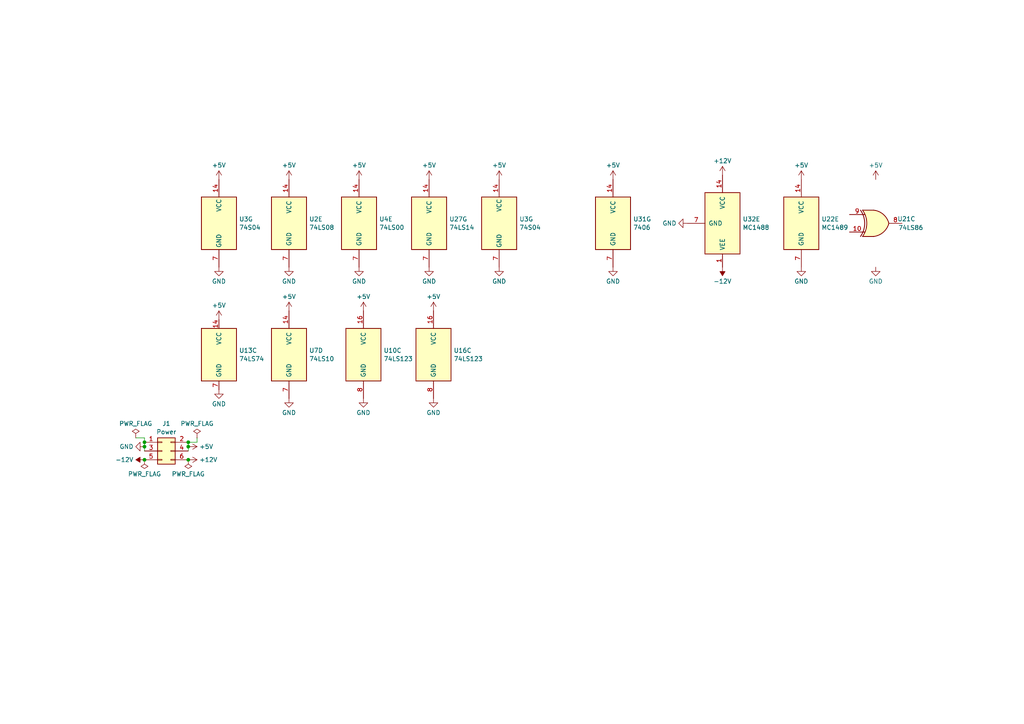
<source format=kicad_sch>
(kicad_sch (version 20230121) (generator eeschema)
  (paper "A4")
  (title_block (title "Iskra Delta Partner Video (text) 30 797 044") (date "2023-08-17") (rev "1") (company "Jernej Jakob <jernej.jakob@gmail.com>") (comment 1 "reverse engineered by hand"))
  (lib_symbols
    (symbol "74xx:74LS00" (pin_names (offset 1.016))
      (property "Reference" "U" (at 0 1.27 0))
      (property "Value" "74LS00" (at 0 -1.27 0))
      (symbol "74LS00_1_1"
        (pin input line (at -7.62 2.54 0) (length 3.81) (name "~") (number "1"))
        (pin input line (at -7.62 -2.54 0) (length 3.81) (name "~") (number "2"))
        (pin output inverted (at 7.62 0 180) (length 3.81) (name "~") (number "3"))
      )
      (symbol "74LS00_1_2"
        (pin input inverted (at -7.62 2.54 0) (length 4.318) (name "~") (number "1"))
        (pin input inverted (at -7.62 -2.54 0) (length 4.318) (name "~") (number "2"))
        (pin output line (at 7.62 0 180) (length 3.81) (name "~") (number "3"))
      )
      (symbol "74LS00_2_1"
        (pin input line (at -7.62 2.54 0) (length 3.81) (name "~") (number "4"))
        (pin input line (at -7.62 -2.54 0) (length 3.81) (name "~") (number "5"))
        (pin output inverted (at 7.62 0 180) (length 3.81) (name "~") (number "6"))
      )
      (symbol "74LS00_2_2"
        (pin input inverted (at -7.62 2.54 0) (length 4.318) (name "~") (number "4"))
        (pin input inverted (at -7.62 -2.54 0) (length 4.318) (name "~") (number "5"))
        (pin output line (at 7.62 0 180) (length 3.81) (name "~") (number "6"))
      )
      (symbol "74LS00_3_1"
        (pin input line (at -7.62 -2.54 0) (length 3.81) (name "~") (number "10"))
        (pin output inverted (at 7.62 0 180) (length 3.81) (name "~") (number "8"))
        (pin input line (at -7.62 2.54 0) (length 3.81) (name "~") (number "9"))
      )
      (symbol "74LS00_3_2"
        (pin input inverted (at -7.62 -2.54 0) (length 4.318) (name "~") (number "10"))
        (pin output line (at 7.62 0 180) (length 3.81) (name "~") (number "8"))
        (pin input inverted (at -7.62 2.54 0) (length 4.318) (name "~") (number "9"))
      )
      (symbol "74LS00_4_1"
        (pin output inverted (at 7.62 0 180) (length 3.81) (name "~") (number "11"))
        (pin input line (at -7.62 2.54 0) (length 3.81) (name "~") (number "12"))
        (pin input line (at -7.62 -2.54 0) (length 3.81) (name "~") (number "13"))
      )
      (symbol "74LS00_4_2"
        (pin output line (at 7.62 0 180) (length 3.81) (name "~") (number "11"))
        (pin input inverted (at -7.62 2.54 0) (length 4.318) (name "~") (number "12"))
        (pin input inverted (at -7.62 -2.54 0) (length 4.318) (name "~") (number "13"))
      )
      (symbol "74LS00_5_0"
        (pin power_in line (at 0 12.7 270) (length 5.08) (name "VCC") (number "14"))
        (pin power_in line (at 0 -12.7 90) (length 5.08) (name "GND") (number "7"))
      )
    )
    (symbol "74xx:74LS04"
      (property "Reference" "U" (at 0 1.27 0))
      (property "Value" "74LS04" (at 0 -1.27 0))
      (symbol "74LS04_1_0"
        (pin input line (at -7.62 0 0) (length 3.81) (name "~") (number "1"))
        (pin output inverted (at 7.62 0 180) (length 3.81) (name "~") (number "2"))
      )
      (symbol "74LS04_2_0"
        (pin input line (at -7.62 0 0) (length 3.81) (name "~") (number "3"))
        (pin output inverted (at 7.62 0 180) (length 3.81) (name "~") (number "4"))
      )
      (symbol "74LS04_3_0"
        (pin input line (at -7.62 0 0) (length 3.81) (name "~") (number "5"))
        (pin output inverted (at 7.62 0 180) (length 3.81) (name "~") (number "6"))
      )
      (symbol "74LS04_4_0"
        (pin output inverted (at 7.62 0 180) (length 3.81) (name "~") (number "8"))
        (pin input line (at -7.62 0 0) (length 3.81) (name "~") (number "9"))
      )
      (symbol "74LS04_5_0"
        (pin output inverted (at 7.62 0 180) (length 3.81) (name "~") (number "10"))
        (pin input line (at -7.62 0 0) (length 3.81) (name "~") (number "11"))
      )
      (symbol "74LS04_6_0"
        (pin output inverted (at 7.62 0 180) (length 3.81) (name "~") (number "12"))
        (pin input line (at -7.62 0 0) (length 3.81) (name "~") (number "13"))
      )
      (symbol "74LS04_7_0"
        (pin power_in line (at 0 12.7 270) (length 5.08) (name "VCC") (number "14"))
        (pin power_in line (at 0 -12.7 90) (length 5.08) (name "GND") (number "7"))
      )
    )
    (symbol "74xx:74LS06" (pin_names (offset 1.016))
      (property "Reference" "U" (at 0 1.27 0))
      (property "Value" "74LS06" (at 0 -1.27 0))
      (symbol "74LS06_1_0"
        (pin input line (at -7.62 0 0) (length 3.81) (name "~") (number "1"))
        (pin open_collector inverted (at 7.62 0 180) (length 3.81) (name "~") (number "2"))
      )
      (symbol "74LS06_2_0"
        (pin input line (at -7.62 0 0) (length 3.81) (name "~") (number "3"))
        (pin open_collector inverted (at 7.62 0 180) (length 3.81) (name "~") (number "4"))
      )
      (symbol "74LS06_3_0"
        (pin input line (at -7.62 0 0) (length 3.81) (name "~") (number "5"))
        (pin open_collector inverted (at 7.62 0 180) (length 3.81) (name "~") (number "6"))
      )
      (symbol "74LS06_4_0"
        (pin open_collector inverted (at 7.62 0 180) (length 3.81) (name "~") (number "8"))
        (pin input line (at -7.62 0 0) (length 3.81) (name "~") (number "9"))
      )
      (symbol "74LS06_5_0"
        (pin open_collector inverted (at 7.62 0 180) (length 3.81) (name "~") (number "10"))
        (pin input line (at -7.62 0 0) (length 3.81) (name "~") (number "11"))
      )
      (symbol "74LS06_6_0"
        (pin open_collector inverted (at 7.62 0 180) (length 3.81) (name "~") (number "12"))
        (pin input line (at -7.62 0 0) (length 3.81) (name "~") (number "13"))
      )
      (symbol "74LS06_7_0"
        (pin power_in line (at 0 12.7 270) (length 5.08) (name "VCC") (number "14"))
        (pin power_in line (at 0 -12.7 90) (length 5.08) (name "GND") (number "7"))
      )
    )
    (symbol "74xx:74LS08" (pin_names (offset 1.016))
      (property "Reference" "U" (at 0 1.27 0))
      (property "Value" "74LS08" (at 0 -1.27 0))
      (symbol "74LS08_1_1"
        (pin input line (at -7.62 2.54 0) (length 3.81) (name "~") (number "1"))
        (pin input line (at -7.62 -2.54 0) (length 3.81) (name "~") (number "2"))
        (pin output line (at 7.62 0 180) (length 3.81) (name "~") (number "3"))
      )
      (symbol "74LS08_1_2"
        (pin input inverted (at -7.62 2.54 0) (length 4.318) (name "~") (number "1"))
        (pin input inverted (at -7.62 -2.54 0) (length 4.318) (name "~") (number "2"))
        (pin output inverted (at 7.62 0 180) (length 3.81) (name "~") (number "3"))
      )
      (symbol "74LS08_2_1"
        (pin input line (at -7.62 2.54 0) (length 3.81) (name "~") (number "4"))
        (pin input line (at -7.62 -2.54 0) (length 3.81) (name "~") (number "5"))
        (pin output line (at 7.62 0 180) (length 3.81) (name "~") (number "6"))
      )
      (symbol "74LS08_2_2"
        (pin input inverted (at -7.62 2.54 0) (length 4.318) (name "~") (number "4"))
        (pin input inverted (at -7.62 -2.54 0) (length 4.318) (name "~") (number "5"))
        (pin output inverted (at 7.62 0 180) (length 3.81) (name "~") (number "6"))
      )
      (symbol "74LS08_3_1"
        (pin input line (at -7.62 -2.54 0) (length 3.81) (name "~") (number "10"))
        (pin output line (at 7.62 0 180) (length 3.81) (name "~") (number "8"))
        (pin input line (at -7.62 2.54 0) (length 3.81) (name "~") (number "9"))
      )
      (symbol "74LS08_3_2"
        (pin input inverted (at -7.62 -2.54 0) (length 4.318) (name "~") (number "10"))
        (pin output inverted (at 7.62 0 180) (length 3.81) (name "~") (number "8"))
        (pin input inverted (at -7.62 2.54 0) (length 4.318) (name "~") (number "9"))
      )
      (symbol "74LS08_4_1"
        (pin output line (at 7.62 0 180) (length 3.81) (name "~") (number "11"))
        (pin input line (at -7.62 2.54 0) (length 3.81) (name "~") (number "12"))
        (pin input line (at -7.62 -2.54 0) (length 3.81) (name "~") (number "13"))
      )
      (symbol "74LS08_4_2"
        (pin output inverted (at 7.62 0 180) (length 3.81) (name "~") (number "11"))
        (pin input inverted (at -7.62 2.54 0) (length 4.318) (name "~") (number "12"))
        (pin input inverted (at -7.62 -2.54 0) (length 4.318) (name "~") (number "13"))
      )
      (symbol "74LS08_5_0"
        (pin power_in line (at 0 12.7 270) (length 5.08) (name "VCC") (number "14"))
        (pin power_in line (at 0 -12.7 90) (length 5.08) (name "GND") (number "7"))
      )
    )
    (symbol "74xx:74LS10" (pin_names (offset 1.016))
      (property "Reference" "U" (at 0 1.27 0))
      (property "Value" "74LS10" (at 0 -1.27 0))
      (symbol "74LS10_1_1"
        (pin input line (at -7.62 2.54 0) (length 3.81) (name "~") (number "1"))
        (pin output inverted (at 7.62 0 180) (length 3.81) (name "~") (number "12"))
        (pin input line (at -7.62 -2.54 0) (length 3.81) (name "~") (number "13"))
        (pin input line (at -7.62 0 0) (length 3.81) (name "~") (number "2"))
      )
      (symbol "74LS10_1_2"
        (pin input inverted (at -7.62 2.54 0) (length 4.318) (name "~") (number "1"))
        (pin output line (at 7.62 0 180) (length 3.81) (name "~") (number "12"))
        (pin input inverted (at -7.62 -2.54 0) (length 4.318) (name "~") (number "13"))
        (pin input inverted (at -7.62 0 0) (length 4.953) (name "~") (number "2"))
      )
      (symbol "74LS10_2_1"
        (pin input line (at -7.62 2.54 0) (length 3.81) (name "~") (number "3"))
        (pin input line (at -7.62 0 0) (length 3.81) (name "~") (number "4"))
        (pin input line (at -7.62 -2.54 0) (length 3.81) (name "~") (number "5"))
        (pin output inverted (at 7.62 0 180) (length 3.81) (name "~") (number "6"))
      )
      (symbol "74LS10_2_2"
        (pin input inverted (at -7.62 2.54 0) (length 4.318) (name "~") (number "3"))
        (pin input inverted (at -7.62 0 0) (length 4.953) (name "~") (number "4"))
        (pin input inverted (at -7.62 -2.54 0) (length 4.318) (name "~") (number "5"))
        (pin output line (at 7.62 0 180) (length 3.81) (name "~") (number "6"))
      )
      (symbol "74LS10_3_1"
        (pin input line (at -7.62 0 0) (length 3.81) (name "~") (number "10"))
        (pin input line (at -7.62 -2.54 0) (length 3.81) (name "~") (number "11"))
        (pin output inverted (at 7.62 0 180) (length 3.81) (name "~") (number "8"))
        (pin input line (at -7.62 2.54 0) (length 3.81) (name "~") (number "9"))
      )
      (symbol "74LS10_3_2"
        (pin input inverted (at -7.62 0 0) (length 4.953) (name "~") (number "10"))
        (pin input inverted (at -7.62 -2.54 0) (length 4.318) (name "~") (number "11"))
        (pin output line (at 7.62 0 180) (length 3.81) (name "~") (number "8"))
        (pin input inverted (at -7.62 2.54 0) (length 4.318) (name "~") (number "9"))
      )
      (symbol "74LS10_4_0"
        (pin power_in line (at 0 12.7 270) (length 5.08) (name "VCC") (number "14"))
        (pin power_in line (at 0 -12.7 90) (length 5.08) (name "GND") (number "7"))
      )
    )
    (symbol "74xx:74LS123" (pin_names (offset 1.016))
      (property "Reference" "U" (at -7.62 8.89 0))
      (property "Value" "74LS123" (at -7.62 -8.89 0))
      (symbol "74LS123_1_0"
        (pin input inverted (at -12.7 -2.54 0) (length 5.08) (name "A") (number "1"))
        (pin output line (at 12.7 5.08 180) (length 5.08) (name "Q") (number "13"))
        (pin input line (at -12.7 2.54 0) (length 5.08) (name "Cext") (number "14"))
        (pin input line (at -12.7 5.08 0) (length 5.08) (name "RCext") (number "15"))
        (pin input line (at -12.7 -5.08 0) (length 5.08) (name "B") (number "2"))
        (pin input inverted (at 0 -12.7 90) (length 5.08) (name "Clr") (number "3"))
        (pin output line (at 12.7 -5.08 180) (length 5.08) (name "~{Q}") (number "4"))
      )
      (symbol "74LS123_2_0"
        (pin input line (at -12.7 -5.08 0) (length 5.08) (name "B") (number "10"))
        (pin input inverted (at 0 -12.7 90) (length 5.08) (name "Clr") (number "11"))
        (pin output line (at 12.7 -5.08 180) (length 5.08) (name "~{Q}") (number "12"))
        (pin output line (at 12.7 5.08 180) (length 5.08) (name "Q") (number "5"))
        (pin input line (at -12.7 2.54 0) (length 5.08) (name "Cext") (number "6"))
        (pin input line (at -12.7 5.08 0) (length 5.08) (name "RCext") (number "7"))
        (pin input inverted (at -12.7 -2.54 0) (length 5.08) (name "A") (number "9"))
      )
      (symbol "74LS123_3_0"
        (pin power_in line (at 0 12.7 270) (length 5.08) (name "VCC") (number "16"))
        (pin power_in line (at 0 -12.7 90) (length 5.08) (name "GND") (number "8"))
      )
    )
    (symbol "74xx:74LS14" (pin_names (offset 1.016))
      (property "Reference" "U" (at 0 1.27 0))
      (property "Value" "74LS14" (at 0 -1.27 0))
      (symbol "74LS14_1_0"
        (pin input line (at -7.62 0 0) (length 3.81) (name "~") (number "1"))
        (pin output inverted (at 7.62 0 180) (length 3.81) (name "~") (number "2"))
      )
      (symbol "74LS14_2_0"
        (pin input line (at -7.62 0 0) (length 3.81) (name "~") (number "3"))
        (pin output inverted (at 7.62 0 180) (length 3.81) (name "~") (number "4"))
      )
      (symbol "74LS14_3_0"
        (pin input line (at -7.62 0 0) (length 3.81) (name "~") (number "5"))
        (pin output inverted (at 7.62 0 180) (length 3.81) (name "~") (number "6"))
      )
      (symbol "74LS14_4_0"
        (pin output inverted (at 7.62 0 180) (length 3.81) (name "~") (number "8"))
        (pin input line (at -7.62 0 0) (length 3.81) (name "~") (number "9"))
      )
      (symbol "74LS14_5_0"
        (pin output inverted (at 7.62 0 180) (length 3.81) (name "~") (number "10"))
        (pin input line (at -7.62 0 0) (length 3.81) (name "~") (number "11"))
      )
      (symbol "74LS14_6_0"
        (pin output inverted (at 7.62 0 180) (length 3.81) (name "~") (number "12"))
        (pin input line (at -7.62 0 0) (length 3.81) (name "~") (number "13"))
      )
      (symbol "74LS14_7_0"
        (pin power_in line (at 0 12.7 270) (length 5.08) (name "VCC") (number "14"))
        (pin power_in line (at 0 -12.7 90) (length 5.08) (name "GND") (number "7"))
      )
    )
    (symbol "74xx:74LS74" (pin_names (offset 1.016))
      (property "Reference" "U" (at -7.62 8.89 0))
      (property "Value" "74LS74" (at -7.62 -8.89 0))
      (symbol "74LS74_1_0"
        (pin input line (at 0 -7.62 90) (length 2.54) (name "~{R}") (number "1"))
        (pin input line (at -7.62 2.54 0) (length 2.54) (name "D") (number "2"))
        (pin input clock (at -7.62 0 0) (length 2.54) (name "C") (number "3"))
        (pin input line (at 0 7.62 270) (length 2.54) (name "~{S}") (number "4"))
        (pin output line (at 7.62 2.54 180) (length 2.54) (name "Q") (number "5"))
        (pin output line (at 7.62 -2.54 180) (length 2.54) (name "~{Q}") (number "6"))
      )
      (symbol "74LS74_2_0"
        (pin input line (at 0 7.62 270) (length 2.54) (name "~{S}") (number "10"))
        (pin input clock (at -7.62 0 0) (length 2.54) (name "C") (number "11"))
        (pin input line (at -7.62 2.54 0) (length 2.54) (name "D") (number "12"))
        (pin input line (at 0 -7.62 90) (length 2.54) (name "~{R}") (number "13"))
        (pin output line (at 7.62 -2.54 180) (length 2.54) (name "~{Q}") (number "8"))
        (pin output line (at 7.62 2.54 180) (length 2.54) (name "Q") (number "9"))
      )
      (symbol "74LS74_3_0"
        (pin power_in line (at 0 10.16 270) (length 2.54) (name "VCC") (number "14"))
        (pin power_in line (at 0 -10.16 90) (length 2.54) (name "GND") (number "7"))
      )
    )
    (symbol "74xx:74LS86" (pin_names (offset 1.016))
      (property "Reference" "U" (at 0 1.27 0))
      (property "Value" "74LS86" (at 0 -1.27 0))
      (symbol "74LS86_1_0"
        (pin input line (at -7.62 2.54 0) (length 4.445) (name "~") (number "1"))
        (pin input line (at -7.62 -2.54 0) (length 4.445) (name "~") (number "2"))
        (pin output line (at 7.62 0 180) (length 3.81) (name "~") (number "3"))
      )
      (symbol "74LS86_2_0"
        (pin input line (at -7.62 2.54 0) (length 4.445) (name "~") (number "4"))
        (pin input line (at -7.62 -2.54 0) (length 4.445) (name "~") (number "5"))
        (pin output line (at 7.62 0 180) (length 3.81) (name "~") (number "6"))
      )
      (symbol "74LS86_3_0"
        (pin input line (at -7.62 -2.54 0) (length 4.445) (name "~") (number "10"))
        (pin output line (at 7.62 0 180) (length 3.81) (name "~") (number "8"))
        (pin input line (at -7.62 2.54 0) (length 4.445) (name "~") (number "9"))
      )
      (symbol "74LS86_4_0"
        (pin output line (at 7.62 0 180) (length 3.81) (name "~") (number "11"))
        (pin input line (at -7.62 2.54 0) (length 4.445) (name "~") (number "12"))
        (pin input line (at -7.62 -2.54 0) (length 4.445) (name "~") (number "13"))
      )
      (symbol "74LS86_5_0"
        (pin power_in line (at 0 12.7 270) (length 5.08) (name "VCC") (number "14"))
        (pin power_in line (at 0 -12.7 90) (length 5.08) (name "GND") (number "7"))
      )
    )
    (symbol "Connector_Generic:Conn_02x03_Odd_Even" (pin_names (offset 1.016) hide)
      (property "Reference" "J" (at 1.27 5.08 0))
      (property "Value" "Conn_02x03_Odd_Even" (at 1.27 -5.08 0))
      (symbol "Conn_02x03_Odd_Even_1_1"
        (pin passive line (at -5.08 2.54 0) (length 3.81) (name "Pin_1") (number "1"))
        (pin passive line (at 7.62 2.54 180) (length 3.81) (name "Pin_2") (number "2"))
        (pin passive line (at -5.08 0 0) (length 3.81) (name "Pin_3") (number "3"))
        (pin passive line (at 7.62 0 180) (length 3.81) (name "Pin_4") (number "4"))
        (pin passive line (at -5.08 -2.54 0) (length 3.81) (name "Pin_5") (number "5"))
        (pin passive line (at 7.62 -2.54 180) (length 3.81) (name "Pin_6") (number "6"))
      )
    )
    (symbol "MC1488_1489:MC1488" (pin_names (offset 1.016))
      (property "Reference" "U" (at 0 2.54 0))
      (property "Value" "MC1488" (at 0 -2.54 0))
      (symbol "MC1488_1_1"
        (pin input line (at -7.62 0 0) (length 3.81) (name "~") (number "2"))
        (pin output inverted (at 7.62 0 180) (length 3.81) (name "~") (number "3"))
      )
      (symbol "MC1488_1_2"
        (pin input inverted (at -7.62 2.54 0) (length 4.318) (name "~") (number "1"))
        (pin input inverted (at -7.62 -2.54 0) (length 4.318) (name "~") (number "2"))
        (pin output line (at 7.62 0 180) (length 3.81) (name "~") (number "3"))
      )
      (symbol "MC1488_2_1"
        (pin input line (at -7.62 2.54 0) (length 3.81) (name "~") (number "4"))
        (pin input line (at -7.62 -2.54 0) (length 3.81) (name "~") (number "5"))
        (pin output inverted (at 7.62 0 180) (length 3.81) (name "~") (number "6"))
      )
      (symbol "MC1488_2_2"
        (pin input inverted (at -7.62 2.54 0) (length 4.318) (name "~") (number "4"))
        (pin input inverted (at -7.62 -2.54 0) (length 4.318) (name "~") (number "5"))
        (pin output line (at 7.62 0 180) (length 3.81) (name "~") (number "6"))
      )
      (symbol "MC1488_3_1"
        (pin input line (at -7.62 -2.54 0) (length 3.81) (name "~") (number "10"))
        (pin output inverted (at 7.62 0 180) (length 3.81) (name "~") (number "8"))
        (pin input line (at -7.62 2.54 0) (length 3.81) (name "~") (number "9"))
      )
      (symbol "MC1488_3_2"
        (pin input inverted (at -7.62 -2.54 0) (length 4.318) (name "~") (number "10"))
        (pin output line (at 7.62 0 180) (length 3.81) (name "~") (number "8"))
        (pin input inverted (at -7.62 2.54 0) (length 4.318) (name "~") (number "9"))
      )
      (symbol "MC1488_4_1"
        (pin output inverted (at 7.62 0 180) (length 3.81) (name "~") (number "11"))
        (pin input line (at -7.62 2.54 0) (length 3.81) (name "~") (number "12"))
        (pin input line (at -7.62 -2.54 0) (length 3.81) (name "~") (number "13"))
      )
      (symbol "MC1488_4_2"
        (pin output line (at 7.62 0 180) (length 3.81) (name "~") (number "11"))
        (pin input inverted (at -7.62 2.54 0) (length 4.318) (name "~") (number "12"))
        (pin input inverted (at -7.62 -2.54 0) (length 4.318) (name "~") (number "13"))
      )
      (symbol "MC1488_5_0"
        (pin power_in line (at 0 13.97 270) (length 5.08) (name "VCC") (number "14"))
        (pin power_in line (at -10.16 0 0) (length 5.08) (name "GND") (number "7"))
      )
      (symbol "MC1488_5_1"
        (pin power_in line (at 0 -12.7 90) (length 3.81) (name "VEE") (number "1"))
      )
    )
    (symbol "MC1488_1489:MC1489" (pin_names (offset 1.016))
      (property "Reference" "U" (at 0 1.27 0))
      (property "Value" "MC1489" (at 0 -1.27 0))
      (symbol "MC1489_1_1"
        (pin input line (at -7.62 0 0) (length 3.81) (name "~") (number "1"))
        (pin bidirectional line (at 0 7.62 270) (length 3.81) (name "~") (number "2"))
        (pin output inverted (at 7.62 0 180) (length 3.81) (name "~") (number "3"))
      )
      (symbol "MC1489_1_2"
        (pin input inverted (at -7.62 2.54 0) (length 4.318) (name "~") (number "1"))
        (pin input inverted (at -7.62 -2.54 0) (length 4.318) (name "~") (number "2"))
        (pin output line (at 7.62 0 180) (length 3.81) (name "~") (number "3"))
      )
      (symbol "MC1489_2_1"
        (pin input line (at -7.62 0 0) (length 3.81) (name "~") (number "4"))
        (pin bidirectional line (at 0 7.62 270) (length 3.81) (name "~") (number "5"))
        (pin output inverted (at 7.62 0 180) (length 3.81) (name "~") (number "6"))
      )
      (symbol "MC1489_2_2"
        (pin input inverted (at -7.62 2.54 0) (length 4.318) (name "~") (number "4"))
        (pin input inverted (at -7.62 -2.54 0) (length 4.318) (name "~") (number "5"))
        (pin output line (at 7.62 0 180) (length 3.81) (name "~") (number "6"))
      )
      (symbol "MC1489_3_1"
        (pin input line (at -7.62 0 0) (length 3.81) (name "~") (number "10"))
        (pin output inverted (at 7.62 0 180) (length 3.81) (name "~") (number "8"))
        (pin bidirectional line (at 0 7.62 270) (length 3.81) (name "~") (number "9"))
      )
      (symbol "MC1489_3_2"
        (pin input inverted (at -7.62 -2.54 0) (length 4.318) (name "~") (number "10"))
        (pin output line (at 7.62 0 180) (length 3.81) (name "~") (number "8"))
        (pin input inverted (at -7.62 2.54 0) (length 4.318) (name "~") (number "9"))
      )
      (symbol "MC1489_4_1"
        (pin output inverted (at 7.62 0 180) (length 3.81) (name "~") (number "11"))
        (pin bidirectional line (at 0 7.62 270) (length 3.81) (name "~") (number "12"))
        (pin input line (at -7.62 0 0) (length 3.81) (name "~") (number "13"))
      )
      (symbol "MC1489_4_2"
        (pin output line (at 7.62 0 180) (length 3.81) (name "~") (number "11"))
        (pin input inverted (at -7.62 2.54 0) (length 4.318) (name "~") (number "12"))
        (pin input inverted (at -7.62 -2.54 0) (length 4.318) (name "~") (number "13"))
      )
      (symbol "MC1489_5_0"
        (pin power_in line (at 0 12.7 270) (length 5.08) (name "VCC") (number "14"))
        (pin power_in line (at 0 -12.7 90) (length 5.08) (name "GND") (number "7"))
      )
    )
    (symbol "power:+12V" (power) (pin_names (offset 0))
      (property "Value" "+12V" (at 0 3.556 0))
      (symbol "+12V_1_1"
        (pin power_in line (at 0 0 90) (length 0) hide (name "+12V") (number "1"))
      )
    )
    (symbol "power:+5V" (power) (pin_names (offset 0))
      (property "Value" "+5V" (at 0 3.556 0))
      (symbol "+5V_1_1"
        (pin power_in line (at 0 0 90) (length 0) hide (name "+5V") (number "1"))
      )
    )
    (symbol "power:-12V" (power) (pin_names (offset 0))
      (property "Value" "-12V" (at 0 3.81 0))
      (symbol "-12V_0_0"
        (pin power_in line (at 0 0 90) (length 0) hide (name "-12V") (number "1"))
      )
    )
    (symbol "power:GND" (power) (pin_names (offset 0))
      (property "Value" "GND" (at 0 -3.81 0))
      (symbol "GND_1_1"
        (pin power_in line (at 0 0 270) (length 0) hide (name "GND") (number "1"))
      )
    )
    (symbol "power:PWR_FLAG" (power) (pin_numbers hide) (pin_names (offset 0) hide)
      (property "Value" "PWR_FLAG" (at 0 3.81 0))
      (symbol "PWR_FLAG_0_0"
        (pin power_out line (at 0 0 90) (length 0) (name "pwr") (number "1"))
      )
    )
  )
  (junction (at 41.91 129.54))
  (junction (at 41.91 128.27))
  (junction (at 54.61 129.54))
  (junction (at 54.61 128.27))
  (junction (at 41.91 133.35))
  (junction (at 54.61 133.35))
  (wire (pts (xy 57.15 128.27) (xy 54.61 128.27)))
  (wire (pts (xy 41.91 128.27) (xy 41.91 129.54)))
  (wire (pts (xy 41.91 127) (xy 41.91 128.27)))
  (wire (pts (xy 39.37 127) (xy 41.91 127)))
  (wire (pts (xy 57.15 127) (xy 57.15 128.27)))
  (wire (pts (xy 54.61 129.54) (xy 54.61 130.81)))
  (wire (pts (xy 41.91 129.54) (xy 41.91 130.81)))
  (wire (pts (xy 54.61 128.27) (xy 54.61 129.54)))
  (symbol (lib_id "power:+5V") (at 144.78 52.07 0) (unit 1)
    (property "Reference" "#PWR011" (effects hide))
    (property "Value" "+5V" (at 144.78 47.9369 0))
    (instances (project "partner_video" (path "" (reference "#PWR011") (unit 1)) (path "" (reference "#PWR084") (unit 1))))
  )
  (symbol (lib_id "power:PWR_FLAG") (at 57.15 127 0) (unit 1)
    (property "Reference" "#FLG02" (effects hide))
    (property "Value" "PWR_FLAG" (at 57.15 122.8669 0))
  )
  (symbol (lib_id "power:+5V") (at 63.5 52.07 0) (unit 1)
    (property "Reference" "#PWR01" (effects hide))
    (property "Value" "+5V" (at 63.5 47.9369 0))
  )
  (symbol (lib_id "power:-12V") (at 41.91 133.35 90) (unit 1)
    (property "Reference" "#PWR074" (effects hide))
    (property "Value" "-12V" (at 38.735 133.35 90) (effects (justify left)))
  )
  (symbol (lib_id "power:+5V") (at 104.14 52.07 0) (unit 1)
    (property "Reference" "#PWR011" (effects hide))
    (property "Value" "+5V" (at 104.14 47.9369 0))
  )
  (symbol (lib_id "Connector_Generic:Conn_02x03_Odd_Even") (at 46.99 130.81 0) (unit 1)
    (property "Reference" "J1" (at 48.26 122.8557 0))
    (property "Value" "Power" (at 48.26 125.2799 0))
  )
  (symbol (lib_id "power:GND") (at 83.82 115.57 0) (unit 1)
    (property "Reference" "#PWR06" (effects hide))
    (property "Value" "GND" (at 83.82 119.7031 0))
    (instances (project "partner_video" (path "" (reference "#PWR06") (unit 1)) (path "" (reference "#PWR0129") (unit 1))))
  )
  (symbol (lib_id "power:+5V") (at 124.46 52.07 0) (unit 1)
    (property "Reference" "#PWR011" (effects hide))
    (property "Value" "+5V" (at 124.46 47.9369 0))
    (instances (project "partner_video" (path "" (reference "#PWR011") (unit 1)) (path "" (reference "#PWR082") (unit 1))))
  )
  (symbol (lib_id "power:GND") (at 199.39 64.77 270) (unit 1)
    (property "Reference" "#PWR095" (effects hide))
    (property "Value" "GND" (at 196.2151 64.77 90) (effects (justify right)))
  )
  (symbol (lib_id "power:+5V") (at 105.41 90.17 0) (unit 1)
    (property "Reference" "#PWR01" (effects hide))
    (property "Value" "+5V" (at 105.41 86.0369 0))
    (instances (project "partner_video" (path "" (reference "#PWR01") (unit 1)) (path "" (reference "#PWR0130") (unit 1))))
  )
  (symbol (lib_id "74xx:74LS10") (at 83.82 102.87 0) (unit 4)
    (property "Reference" "U7" (at 89.662 101.6579 0) (effects (justify left)))
    (property "Value" "74LS10" (at 89.662 104.0821 0) (effects (justify left)))
    (property "Datasheet" "http://www.ti.com/lit/gpn/sn74LS10" (effects hide))
  )
  (symbol (lib_id "power:+12V") (at 54.61 133.35 270) (unit 1)
    (property "Reference" "#PWR073" (effects hide))
    (property "Value" "+12V" (at 57.785 133.35 90) (effects (justify left)))
  )
  (symbol (lib_id "power:GND") (at 177.8 77.47 0) (unit 1)
    (property "Reference" "#PWR080" (effects hide))
    (property "Value" "GND" (at 177.8 81.6031 0))
  )
  (symbol (lib_id "power:-12V") (at 209.55 77.47 180) (unit 1)
    (property "Reference" "#PWR097" (effects hide))
    (property "Value" "-12V" (at 209.55 81.6031 0))
  )
  (symbol (lib_id "74xx:74LS14") (at 124.46 64.77 0) (unit 7)
    (property "Reference" "U27" (at 130.302 63.5579 0) (effects (justify left)))
    (property "Value" "74LS14" (at 130.302 65.9821 0) (effects (justify left)))
    (property "Datasheet" "http://www.ti.com/lit/gpn/sn74LS14" (effects hide))
  )
  (symbol (lib_id "MC1488_1489:MC1488") (at 209.55 64.77 0) (unit 5)
    (property "Reference" "U32" (at 215.392 63.5579 0) (effects (justify left)))
    (property "Value" "MC1488" (at 215.392 65.9821 0) (effects (justify left)))
    (property "Datasheet" "https://www.onsemi.com/pdf/datasheet/mc1488-d.pdf" (effects hide))
  )
  (symbol (lib_id "power:+5V") (at 254 52.07 0) (unit 1)
    (property "Reference" "#PWR011" (effects hide))
    (property "Value" "+5V" (at 254 47.9369 0))
    (instances (project "partner_video" (path "" (reference "#PWR011") (unit 1)) (path "" (reference "#PWR0110") (unit 1))))
  )
  (symbol (lib_id "power:GND") (at 83.82 77.47 0) (unit 1)
    (property "Reference" "#PWR05" (effects hide))
    (property "Value" "GND" (at 83.82 81.6031 0))
    (instances (project "partner_video" (path "" (reference "#PWR05") (unit 1)) (path "" (reference "#PWR06") (unit 1))))
  )
  (symbol (lib_id "power:GND") (at 104.14 77.47 0) (unit 1)
    (property "Reference" "#PWR012" (effects hide))
    (property "Value" "GND" (at 104.14 81.6031 0))
  )
  (symbol (lib_id "power:+5V") (at 125.73 90.17 0) (unit 1)
    (property "Reference" "#PWR01" (effects hide))
    (property "Value" "+5V" (at 125.73 86.0369 0))
    (instances (project "partner_video" (path "" (reference "#PWR01") (unit 1)) (path "" (reference "#PWR0146") (unit 1))))
  )
  (symbol (lib_id "power:+5V") (at 83.82 52.07 0) (unit 1)
    (property "Reference" "#PWR02" (effects hide))
    (property "Value" "+5V" (at 83.82 47.9369 0))
    (instances (project "partner_video" (path "" (reference "#PWR02") (unit 1)) (path "" (reference "#PWR05") (unit 1))))
  )
  (symbol (lib_id "MC1488_1489:MC1489") (at 232.41 64.77 0) (unit 5)
    (property "Reference" "U22" (at 238.252 63.5579 0) (effects (justify left)))
    (property "Value" "MC1489" (at 238.252 65.9821 0) (effects (justify left)))
    (property "Datasheet" "https://www.onsemi.com/pdf/datasheet/mc1489-d.pdf" (effects hide))
  )
  (symbol (lib_id "power:GND") (at 232.41 77.47 0) (unit 1)
    (property "Reference" "#PWR099" (effects hide))
    (property "Value" "GND" (at 232.41 81.6031 0))
  )
  (symbol (lib_id "74xx:74LS04") (at 144.78 64.77 0) (unit 7)
    (property "Reference" "U3" (at 150.622 63.5579 0) (effects (justify left)))
    (property "Value" "74S04" (at 150.622 65.9821 0) (effects (justify left)))
    (instances (project "partner_video" (path "" (reference "U3") (unit 7)) (path "" (reference "U26") (unit 7))))
  )
  (symbol (lib_id "power:PWR_FLAG") (at 41.91 133.35 180) (unit 1)
    (property "Reference" "#FLG03" (effects hide))
    (property "Value" "PWR_FLAG" (at 41.91 137.4831 0))
  )
  (symbol (lib_id "power:GND") (at 254 77.47 0) (unit 1)
    (property "Reference" "#PWR0111" (effects hide))
    (property "Value" "GND" (at 254 81.6031 0))
  )
  (symbol (lib_id "power:GND") (at 125.73 115.57 0) (unit 1)
    (property "Reference" "#PWR06" (effects hide))
    (property "Value" "GND" (at 125.73 119.7031 0))
    (instances (project "partner_video" (path "" (reference "#PWR06") (unit 1)) (path "" (reference "#PWR0147") (unit 1))))
  )
  (symbol (lib_id "power:+5V") (at 232.41 52.07 0) (unit 1)
    (property "Reference" "#PWR011" (effects hide))
    (property "Value" "+5V" (at 232.41 47.9369 0))
    (instances (project "partner_video" (path "" (reference "#PWR011") (unit 1)) (path "" (reference "#PWR098") (unit 1))))
  )
  (symbol (lib_id "power:GND") (at 63.5 113.03 0) (unit 1)
    (property "Reference" "#PWR06" (effects hide))
    (property "Value" "GND" (at 63.5 117.1631 0))
    (instances (project "partner_video" (path "" (reference "#PWR06") (unit 1)) (path "" (reference "#PWR0122") (unit 1))))
  )
  (symbol (lib_id "power:GND") (at 63.5 77.47 0) (unit 1)
    (property "Reference" "#PWR06" (effects hide))
    (property "Value" "GND" (at 63.5 81.6031 0))
    (instances (project "partner_video" (path "" (reference "#PWR06") (unit 1)) (path "" (reference "#PWR02") (unit 1))))
  )
  (symbol (lib_id "power:+5V") (at 83.82 90.17 0) (unit 1)
    (property "Reference" "#PWR01" (effects hide))
    (property "Value" "+5V" (at 83.82 86.0369 0))
    (instances (project "partner_video" (path "" (reference "#PWR01") (unit 1)) (path "" (reference "#PWR0128") (unit 1))))
  )
  (symbol (lib_id "power:GND") (at 124.46 77.47 0) (unit 1)
    (property "Reference" "#PWR012" (effects hide))
    (property "Value" "GND" (at 124.46 81.6031 0))
    (instances (project "partner_video" (path "" (reference "#PWR012") (unit 1)) (path "" (reference "#PWR083") (unit 1))))
  )
  (symbol (lib_id "power:PWR_FLAG") (at 54.61 133.35 180) (unit 1)
    (property "Reference" "#FLG04" (effects hide))
    (property "Value" "PWR_FLAG" (at 54.61 137.4831 0))
  )
  (symbol (lib_id "power:+5V") (at 63.5 92.71 0) (unit 1)
    (property "Reference" "#PWR01" (effects hide))
    (property "Value" "+5V" (at 63.5 88.5769 0))
    (instances (project "partner_video" (path "" (reference "#PWR01") (unit 1)) (path "" (reference "#PWR0121") (unit 1))))
  )
  (symbol (lib_id "74xx:74LS06") (at 177.8 64.77 0) (unit 7)
    (property "Reference" "U31" (at 183.642 63.5579 0) (effects (justify left)))
    (property "Value" "7406" (at 183.642 65.9821 0) (effects (justify left)))
  )
  (symbol (lib_id "74xx:74LS04") (at 63.5 64.77 0) (unit 7)
    (property "Reference" "U3" (at 69.342 63.5579 0) (effects (justify left)))
    (property "Value" "74S04" (at 69.342 65.9821 0) (effects (justify left)))
    (instances (project "partner_video" (path "" (reference "U3") (unit 7)) (path "" (reference "U8") (unit 7))))
  )
  (symbol (lib_id "74xx:74LS123") (at 105.41 102.87 0) (unit 3)
    (property "Reference" "U10" (at 111.252 101.6579 0) (effects (justify left)))
    (property "Value" "74LS123" (at 111.252 104.0821 0) (effects (justify left)))
    (property "Datasheet" "http://www.ti.com/lit/gpn/sn74LS123" (effects hide))
  )
  (symbol (lib_id "power:+5V") (at 54.61 129.54 270) (unit 1)
    (property "Reference" "#PWR072" (effects hide))
    (property "Value" "+5V" (at 57.785 129.54 90) (effects (justify left)))
  )
  (symbol (lib_id "power:GND") (at 41.91 129.54 270) (unit 1)
    (property "Reference" "#PWR071" (effects hide))
    (property "Value" "GND" (at 38.7351 129.54 90) (effects (justify right)))
  )
  (symbol (lib_id "74xx:74LS08") (at 83.82 64.77 0) (unit 5)
    (property "Reference" "U2" (at 89.662 63.5579 0) (effects (justify left)))
    (property "Value" "74LS08" (at 89.662 65.9821 0) (effects (justify left)))
    (property "Datasheet" "http://www.ti.com/lit/gpn/sn74LS08" (effects hide))
    (instances (project "partner_video" (path "" (reference "U2") (unit 5)) (path "" (reference "U9") (unit 5))))
  )
  (symbol (lib_id "74xx:74LS123") (at 125.73 102.87 0) (unit 3)
    (property "Reference" "U16" (at 131.572 101.6579 0) (effects (justify left)))
    (property "Value" "74LS123" (at 131.572 104.0821 0) (effects (justify left)))
    (property "Datasheet" "http://www.ti.com/lit/gpn/sn74LS123" (effects hide))
  )
  (symbol (lib_id "74xx:74LS86") (at 254 64.77 0) (unit 3)
    (property "Reference" "U21" (at 262.89 63.5 0))
    (property "Value" "74LS86" (at 264.16 66.04 0))
    (property "Datasheet" "74xx/74ls86.pdf" (effects hide))
    (instances (project "partner_video" (path "" (reference "U21") (unit 3)) (path "" (reference "U21") (unit 5))))
  )
  (symbol (lib_id "power:GND") (at 144.78 77.47 0) (unit 1)
    (property "Reference" "#PWR012" (effects hide))
    (property "Value" "GND" (at 144.78 81.6031 0))
    (instances (project "partner_video" (path "" (reference "#PWR012") (unit 1)) (path "" (reference "#PWR085") (unit 1))))
  )
  (symbol (lib_id "power:+5V") (at 177.8 52.07 0) (unit 1)
    (property "Reference" "#PWR011" (effects hide))
    (property "Value" "+5V" (at 177.8 47.9369 0))
    (instances (project "partner_video" (path "" (reference "#PWR011") (unit 1)) (path "" (reference "#PWR081") (unit 1))))
  )
  (symbol (lib_id "power:+12V") (at 209.55 50.8 0) (unit 1)
    (property "Reference" "#PWR096" (effects hide))
    (property "Value" "+12V" (at 209.55 46.6669 0))
  )
  (symbol (lib_id "74xx:74LS00") (at 104.14 64.77 0) (unit 5)
    (property "Reference" "U4" (at 109.982 63.5579 0) (effects (justify left)))
    (property "Value" "74LS00" (at 109.982 65.9821 0) (effects (justify left)))
    (property "Datasheet" "http://www.ti.com/lit/gpn/sn74ls00" (effects hide))
    (instances (project "partner_video" (path "" (reference "U4") (unit 5)) (path "" (reference "U36") (unit 5))))
  )
  (symbol (lib_id "power:GND") (at 105.41 115.57 0) (unit 1)
    (property "Reference" "#PWR06" (effects hide))
    (property "Value" "GND" (at 105.41 119.7031 0))
    (instances (project "partner_video" (path "" (reference "#PWR06") (unit 1)) (path "" (reference "#PWR0131") (unit 1))))
  )
  (symbol (lib_id "power:PWR_FLAG") (at 39.37 127 0) (unit 1)
    (property "Reference" "#FLG01" (effects hide))
    (property "Value" "PWR_FLAG" (at 39.37 122.8669 0))
  )
  (symbol (lib_id "74xx:74LS74") (at 63.5 102.87 0) (unit 3)
    (property "Reference" "U13" (at 69.342 101.6579 0) (effects (justify left)))
    (property "Value" "74LS74" (at 69.342 104.0821 0) (effects (justify left)))
    (property "Datasheet" "74xx/74hc_hct74.pdf" (effects hide))
  )
)
</source>
